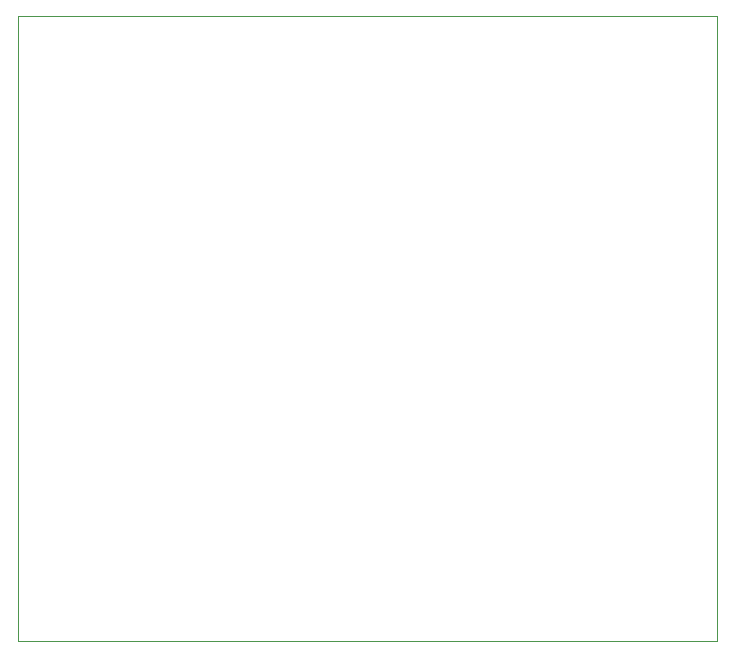
<source format=gbr>
%TF.GenerationSoftware,KiCad,Pcbnew,8.0.2-1.fc40*%
%TF.CreationDate,2025-03-27T00:28:51+07:00*%
%TF.ProjectId,magic-epaper,6d616769-632d-4657-9061-7065722e6b69,rev?*%
%TF.SameCoordinates,Original*%
%TF.FileFunction,Profile,NP*%
%FSLAX46Y46*%
G04 Gerber Fmt 4.6, Leading zero omitted, Abs format (unit mm)*
G04 Created by KiCad (PCBNEW 8.0.2-1.fc40) date 2025-03-27 00:28:51*
%MOMM*%
%LPD*%
G01*
G04 APERTURE LIST*
%TA.AperFunction,Profile*%
%ADD10C,0.100000*%
%TD*%
G04 APERTURE END LIST*
D10*
X108931000Y-75050000D02*
X168100000Y-75050000D01*
X168100000Y-127950000D01*
X108931000Y-127950000D01*
X108931000Y-75050000D01*
M02*

</source>
